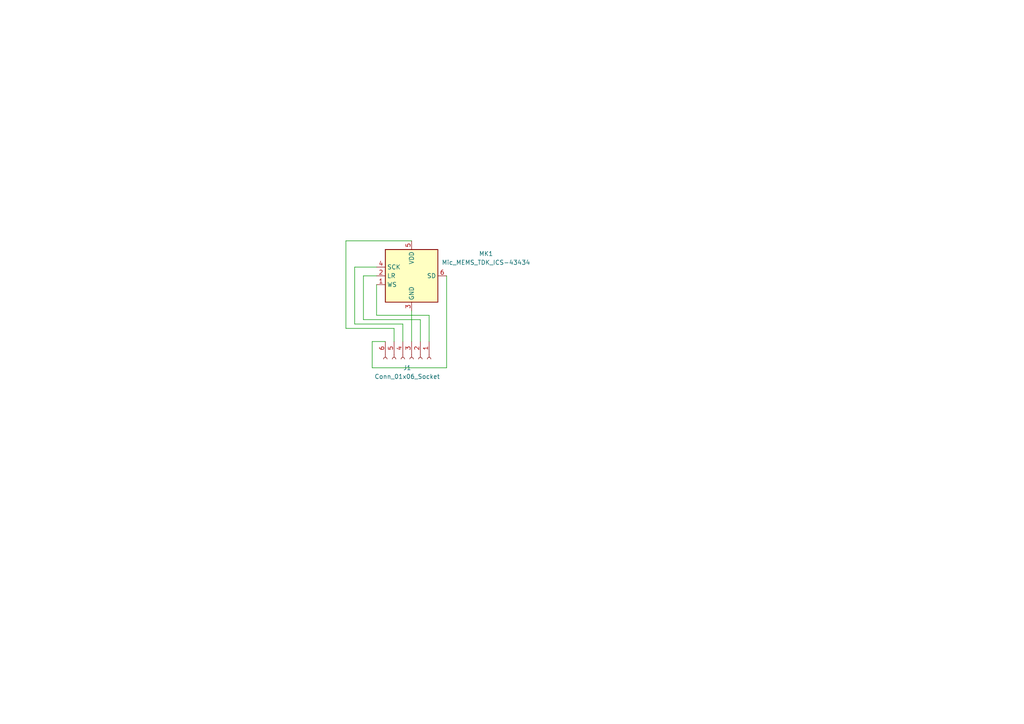
<source format=kicad_sch>
(kicad_sch (version 20250114) (generator "eeschema") (generator_version "9.0")
  (paper "A4")
  (lib_symbols
    (symbol "Connector:Conn_01x06_Socket" (pin_names (offset 1.016) (hide yes))
      (property "Reference" "J" (at 0 7.62 0))
      (property "Value" "Conn_01x06_Socket" (at 0 -10.16 0))
      (symbol "Conn_01x06_Socket_1_1"
        (polyline (pts (xy -1.27 5.08) (xy -0.508 5.08)) (stroke (width 0.1524)))
        (polyline (pts (xy -1.27 2.54) (xy -0.508 2.54)) (stroke (width 0.1524)))
        (polyline (pts (xy -1.27 0) (xy -0.508 0)) (stroke (width 0.1524)))
        (polyline (pts (xy -1.27 -2.54) (xy -0.508 -2.54)) (stroke (width 0.1524)))
        (polyline (pts (xy -1.27 -5.08) (xy -0.508 -5.08)) (stroke (width 0.1524)))
        (polyline (pts (xy -1.27 -7.62) (xy -0.508 -7.62)) (stroke (width 0.1524)))
        (arc (start 0 4.572) (mid -0.5058 5.08) (end 0 5.588) (stroke (width 0.1524)))
        (arc (start 0 2.032) (mid -0.5058 2.54) (end 0 3.048) (stroke (width 0.1524)))
        (arc (start 0 -0.508) (mid -0.5058 0) (end 0 0.508) (stroke (width 0.1524)))
        (arc (start 0 -3.048) (mid -0.5058 -2.54) (end 0 -2.032) (stroke (width 0.1524)))
        (arc (start 0 -5.588) (mid -0.5058 -5.08) (end 0 -4.572) (stroke (width 0.1524)))
        (arc (start 0 -8.128) (mid -0.5058 -7.62) (end 0 -7.112) (stroke (width 0.1524)))
        (pin passive line (at -5.08 5.08 0) (length 3.81) (name "Pin_1") (number "1"))
        (pin passive line (at -5.08 2.54 0) (length 3.81) (name "Pin_2") (number "2"))
        (pin passive line (at -5.08 0 0) (length 3.81) (name "Pin_3") (number "3"))
        (pin passive line (at -5.08 -2.54 0) (length 3.81) (name "Pin_4") (number "4"))
        (pin passive line (at -5.08 -5.08 0) (length 3.81) (name "Pin_5") (number "5"))
        (pin passive line (at -5.08 -7.62 0) (length 3.81) (name "Pin_6") (number "6"))
      )
    )
    (symbol "fab:Mic_MEMS_TDK_ICS-43434"
      (property "Reference" "MK" (at 1.27 12.192 0))
      (property "Value" "Mic_MEMS_TDK_ICS-43434" (at 1.27 9.652 0))
      (symbol "Mic_MEMS_TDK_ICS-43434_0_1"
        (rectangle (start -7.62 7.62) (end 7.62 -7.62) (stroke (width 0.254)) (fill (type background)))
      )
      (symbol "Mic_MEMS_TDK_ICS-43434_1_1"
        (pin input line (at -10.16 2.54 0) (length 2.54) (name "SCK") (number "4"))
        (pin input line (at -10.16 0 0) (length 2.54) (name "LR") (number "2"))
        (pin input line (at -10.16 -2.54 0) (length 2.54) (name "WS") (number "1"))
        (pin power_in line (at 0 10.16 270) (length 2.54) (name "VDD") (number "5"))
        (pin power_in line (at 0 -10.16 90) (length 2.54) (name "GND") (number "3"))
        (pin output line (at 10.16 0 180) (length 2.54) (name "SD") (number "6"))
      )
    )
  )
  (wire (pts (xy 109.22 91.44) (xy 124.46 91.44)))
  (wire (pts (xy 105.41 92.71) (xy 121.92 92.71)))
  (wire (pts (xy 114.3 95.25) (xy 114.3 99.06)))
  (wire (pts (xy 129.54 80.01) (xy 129.54 106.68)))
  (wire (pts (xy 121.92 92.71) (xy 121.92 99.06)))
  (wire (pts (xy 109.22 80.01) (xy 105.41 80.01)))
  (wire (pts (xy 119.38 69.85) (xy 100.33 69.85)))
  (wire (pts (xy 129.54 106.68) (xy 107.95 106.68)))
  (wire (pts (xy 107.95 99.06) (xy 111.76 99.06)))
  (wire (pts (xy 109.22 77.47) (xy 102.87 77.47)))
  (wire (pts (xy 109.22 82.55) (xy 109.22 91.44)))
  (wire (pts (xy 107.95 106.68) (xy 107.95 99.06)))
  (wire (pts (xy 100.33 69.85) (xy 100.33 95.25)))
  (wire (pts (xy 102.87 93.98) (xy 116.84 93.98)))
  (wire (pts (xy 102.87 77.47) (xy 102.87 93.98)))
  (wire (pts (xy 124.46 91.44) (xy 124.46 99.06)))
  (wire (pts (xy 119.38 90.17) (xy 119.38 99.06)))
  (wire (pts (xy 100.33 95.25) (xy 114.3 95.25)))
  (wire (pts (xy 116.84 93.98) (xy 116.84 99.06)))
  (wire (pts (xy 105.41 80.01) (xy 105.41 92.71)))
  (symbol (lib_id "Connector:Conn_01x06_Socket") (at 119.38 104.14 270) (unit 1)
    (property "Reference" "J1" (at 118.11 106.68 90))
    (property "Value" "Conn_01x06_Socket" (at 118.11 109.22 90))
    (property "Footprint" "Connector_PinSocket_2.54mm:PinSocket_1x06_P2.54mm_Vertical" (effects (hide yes)))
    (property "Description" "Generic connector, single row, 01x06, script generated" (effects (hide yes)))
  )
  (symbol (lib_id "fab:Mic_MEMS_TDK_ICS-43434") (at 119.38 80.01 0) (unit 1)
    (property "Reference" "MK1" (at 140.97 73.5898 0))
    (property "Value" "Mic_MEMS_TDK_ICS-43434" (at 140.97 76.1298 0))
    (property "Footprint" "fab:Mic_MEMS_TDK_ICS-43434" (effects (hide yes)))
    (property "Datasheet" "https://www.digikey.com/en/products/detail/tdk-invensense/ICS-43434/6140298" (effects (hide yes)))
    (property "Description" "Digital Microphone MEMS (Silicon), 1.62V ~ 3.6V, 20Hz ~ 10kHz, Knowles SPH0645LM4H-B" (effects (hide yes)))
  )
)
</source>
